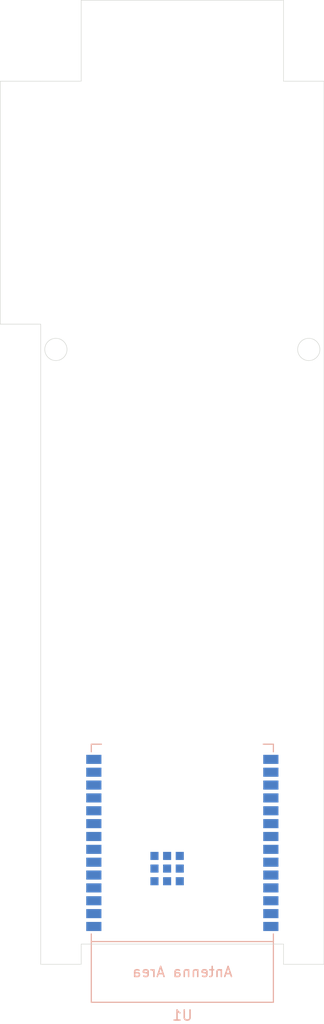
<source format=kicad_pcb>
(kicad_pcb (version 20241229) (generator "pcbnew") (generator_version "9.0")
  (title_block (title "Keys Dock Controller") (date "2025-11-03") (rev "0.2.1") (company "keys.woooo.tech"))
  (layers (0 "F.Cu" signal) (2 "B.Cu" signal) (13 "F.Paste" user) (15 "B.Paste" user) (5 "F.SilkS" user "F.Silkscreen") (7 "B.SilkS" user "B.Silkscreen") (1 "F.Mask" user) (3 "B.Mask" user) (25 "Edge.Cuts" user))
  (net 0 "")
  (net 1 "P,E")
  (net 2 "/KEYS_CH_A")
  (net 3 "/KEYS_CH_D")
  (net 4 "/KEYS_CH_B")
  (net 5 "/EINK_SPI_CLK")
  (net 6 "/BAT_STATUS")
  (net 7 "/SWITCH")
  (net 8 "/U0TX")
  (net 9 "/KEYS_DT_5")
  (net 10 "/USB_D-")
  (net 11 "/TOMO0")
  (net 12 "/KEYS_DT_4")
  (net 13 "/U0RX")
  (net 14 "/SAKI_MOVE")
  (net 15 "/KEYS_DT_1")
  (net 16 "/KEYS_DT_2")
  (net 18 "/USB_D+")
  (net 19 "P,+3.3")
  (net 20 "/BOOT_0{slash}KEYS_CH_CE")
  (net 21 "/EINK_SPI_MOSI")
  (net 22 "/EINK_DC")
  (net 23 "/KEYS_CH_C")
  (net 24 "/BOOT_1{slash}RANA_SLEEP")
  (net 25 "/WHEEL")
  (net 26 "/KEYS_DT_3")
  (net 27 "/EN")
  (footprint "PCM_Espressif:ESP32-C6-WROOM-1" (layer "B.Cu") (at 91 133.749655)
    (property "Reference" "U1" (at 0 17.05 0) (layer "B.SilkS") (effects (justify mirror)))
    (property "Value" "ESP32-C6-WROOM-1")
    (fp_line (start -9 -9.75) (end -8 -9.75) (stroke (width 0.12)) (layer "B.SilkS"))
    (fp_line (start -9 -9) (end -9 -9.75) (stroke (width 0.12)) (layer "B.SilkS"))
    (fp_line (start -9 15.75) (end -9 9) (stroke (width 0.12)) (layer "B.SilkS"))
    (fp_line (start -9 15.75) (end 9 15.75) (stroke (width 0.12)) (layer "B.SilkS"))
    (fp_line (start 9 -9.75) (end 8 -9.75) (stroke (width 0.12)) (layer "B.SilkS"))
    (fp_line (start 9 -9) (end 9 -9.75) (stroke (width 0.12)) (layer "B.SilkS"))
    (fp_line (start 9 9.75) (end -9 9.75) (stroke (width 0.12)) (layer "B.SilkS"))
    (fp_line (start 9 15.75) (end 9 9) (stroke (width 0.12)) (layer "B.SilkS"))
    (fp_text user "Antenna Area" (at 0 12.75 0) (layer "B.SilkS") (effects (justify mirror)))
    (pad "1" smd rect (at -8.75 8.26) (size 1.5 0.9) (layers "B.Cu" "B.Mask" "B.Paste") (net 1 "P,E"))
    (pad "2" smd rect (at -8.75 6.99) (size 1.5 0.9) (layers "B.Cu" "B.Mask" "B.Paste") (net 19 "P,+3.3"))
    (pad "3" smd rect (at -8.75 5.72) (size 1.5 0.9) (layers "B.Cu" "B.Mask" "B.Paste") (net 27 "/EN"))
    (pad "4" smd rect (at -8.75 4.45) (size 1.5 0.9) (layers "B.Cu" "B.Mask" "B.Paste") (net 9 "/KEYS_DT_5"))
    (pad "5" smd rect (at -8.75 3.18) (size 1.5 0.9) (layers "B.Cu" "B.Mask" "B.Paste") (net 7 "/SWITCH"))
    (pad "6" smd rect (at -8.75 1.91) (size 1.5 0.9) (layers "B.Cu" "B.Mask" "B.Paste") (net 6 "/BAT_STATUS"))
    (pad "7" smd rect (at -8.75 0.64) (size 1.5 0.9) (layers "B.Cu" "B.Mask" "B.Paste") (net 14 "/SAKI_MOVE"))
    (pad "8" smd rect (at -8.75 -0.63) (size 1.5 0.9) (layers "B.Cu" "B.Mask" "B.Paste") (net 15 "/KEYS_DT_1"))
    (pad "9" smd rect (at -8.75 -1.9) (size 1.5 0.9) (layers "B.Cu" "B.Mask" "B.Paste") (net 16 "/KEYS_DT_2"))
    (pad "10" smd rect (at -8.75 -3.17) (size 1.5 0.9) (layers "B.Cu" "B.Mask" "B.Paste") (net 24 "/BOOT_1{slash}RANA_SLEEP"))
    (pad "11" smd rect (at -8.75 -4.44) (size 1.5 0.9) (layers "B.Cu" "B.Mask" "B.Paste") (net 2 "/KEYS_CH_A"))
    (pad "12" smd rect (at -8.75 -5.71) (size 1.5 0.9) (layers "B.Cu" "B.Mask" "B.Paste") (net 4 "/KEYS_CH_B"))
    (pad "13" smd rect (at -8.75 -6.98) (size 1.5 0.9) (layers "B.Cu" "B.Mask" "B.Paste") (net 10 "/USB_D-"))
    (pad "14" smd rect (at -8.75 -8.25) (size 1.5 0.9) (layers "B.Cu" "B.Mask" "B.Paste") (net 18 "/USB_D+"))
    (pad "15" smd rect (at 8.75 -8.25 180) (size 1.5 0.9) (layers "B.Cu" "B.Mask" "B.Paste") (net 20 "/BOOT_0{slash}KEYS_CH_CE"))
    (pad "16" smd rect (at 8.75 -6.98 180) (size 1.5 0.9) (layers "B.Cu" "B.Mask" "B.Paste") (net 3 "/KEYS_CH_D"))
    (pad "17" smd rect (at 8.75 -5.71 180) (size 1.5 0.9) (layers "B.Cu" "B.Mask" "B.Paste") (net 5 "/EINK_SPI_CLK"))
    (pad "18" smd rect (at 8.75 -4.44 180) (size 1.5 0.9) (layers "B.Cu" "B.Mask" "B.Paste") (net 21 "/EINK_SPI_MOSI"))
    (pad "19" smd rect (at 8.75 -3.17 180) (size 1.5 0.9) (layers "B.Cu" "B.Mask" "B.Paste") (net 22 "/EINK_DC"))
    (pad "20" smd rect (at 8.75 -1.9 180) (size 1.5 0.9) (layers "B.Cu" "B.Mask" "B.Paste") (net 11 "/TOMO0"))
    (pad "21" smd rect (at 8.75 -0.63 180) (size 1.5 0.9) (layers "B.Cu" "B.Mask" "B.Paste") (net 25 "/WHEEL"))
    (pad "22" smd rect (at 8.75 0.64 180) (size 1.5 0.9) (layers "B.Cu" "B.Mask" "B.Paste"))
    (pad "23" smd rect (at 8.75 1.91 180) (size 1.5 0.9) (layers "B.Cu" "B.Mask" "B.Paste") (net 23 "/KEYS_CH_C"))
    (pad "24" smd rect (at 8.75 3.18 180) (size 1.5 0.9) (layers "B.Cu" "B.Mask" "B.Paste") (net 13 "/U0RX"))
    (pad "25" smd rect (at 8.75 4.45 180) (size 1.5 0.9) (layers "B.Cu" "B.Mask" "B.Paste") (net 8 "/U0TX"))
    (pad "26" smd rect (at 8.75 5.72 180) (size 1.5 0.9) (layers "B.Cu" "B.Mask" "B.Paste") (net 12 "/KEYS_DT_4"))
    (pad "27" smd rect (at 8.75 6.99 180) (size 1.5 0.9) (layers "B.Cu" "B.Mask" "B.Paste") (net 26 "/KEYS_DT_3"))
    (pad "28" smd rect (at 8.75 8.26 180) (size 1.5 0.9) (layers "B.Cu" "B.Mask" "B.Paste") (net 1 "P,E"))
    (pad "29" smd rect (at -2.755 1.29 180) (size 0.8 0.8) (layers "B.Cu" "B.Mask" "B.Paste") (net 1 "P,E"))
    (pad "29" smd rect (at -2.755 2.54 180) (size 0.8 0.8) (layers "B.Cu" "B.Mask" "B.Paste") (net 1 "P,E"))
    (pad "29" smd rect (at -2.755 3.79 180) (size 0.8 0.8) (layers "B.Cu" "B.Mask" "B.Paste") (net 1 "P,E"))
    (pad "29" smd rect (at -1.505 1.29 180) (size 0.8 0.8) (layers "B.Cu" "B.Mask" "B.Paste") (net 1 "P,E"))
    (pad "29" smd rect (at -1.505 2.54 180) (size 0.8 0.8) (layers "B.Cu" "B.Mask" "B.Paste") (net 1 "P,E"))
    (pad "29" smd rect (at -1.505 3.79 180) (size 0.8 0.8) (layers "B.Cu" "B.Mask" "B.Paste") (net 1 "P,E"))
    (pad "29" smd rect (at -0.255 1.29 180) (size 0.8 0.8) (layers "B.Cu" "B.Mask" "B.Paste") (net 1 "P,E"))
    (pad "29" smd rect (at -0.255 2.54 180) (size 0.8 0.8) (layers "B.Cu" "B.Mask" "B.Paste") (net 1 "P,E"))
    (pad "29" smd rect (at -0.255 3.79 180) (size 0.8 0.8) (layers "B.Cu" "B.Mask" "B.Paste") (net 1 "P,E"))
  )
  (gr_line (start 73 82.499655) (end 77 82.499655) (stroke (width 0.05)) (layer "Edge.Cuts"))
  (gr_line (start 81 50.499655) (end 101 50.499655) (stroke (width 0.05)) (layer "Edge.Cuts"))
  (gr_circle (center 103.5 84.999655) (end 104.6 84.999655) (stroke (width 0.05)) (fill no) (layer "Edge.Cuts"))
  (gr_line (start 73 58.499655) (end 73 82.499655) (stroke (width 0.05)) (layer "Edge.Cuts"))
  (gr_line (start 101 58.499655) (end 105 58.499655) (stroke (width 0.05)) (layer "Edge.Cuts"))
  (gr_line (start 81 145.749655) (end 81 143.749655) (stroke (width 0.05)) (layer "Edge.Cuts"))
  (gr_line (start 101 145.749655) (end 105 145.749655) (stroke (width 0.05)) (layer "Edge.Cuts"))
  (gr_line (start 81 143.749655) (end 101 143.749655) (stroke (width 0.05)) (layer "Edge.Cuts"))
  (gr_line (start 77 58.499655) (end 81 58.499655) (stroke (width 0.05)) (layer "Edge.Cuts"))
  (gr_line (start 105 145.749655) (end 105 58.499655) (stroke (width 0.05)) (layer "Edge.Cuts"))
  (gr_line (start 101 143.749655) (end 101 145.749655) (stroke (width 0.05)) (layer "Edge.Cuts"))
  (gr_line (start 77 82.499655) (end 77 145.749655) (stroke (width 0.05)) (layer "Edge.Cuts"))
  (gr_circle (center 78.5 84.999655) (end 79.6 84.999655) (stroke (width 0.05)) (fill no) (layer "Edge.Cuts"))
  (gr_line (start 81 58.499655) (end 81 50.499655) (stroke (width 0.05)) (layer "Edge.Cuts"))
  (gr_line (start 77 58.499655) (end 73 58.499655) (stroke (width 0.05)) (layer "Edge.Cuts"))
  (gr_line (start 77 145.749655) (end 81 145.749655) (stroke (width 0.05)) (layer "Edge.Cuts"))
  (gr_line (start 101 50.499655) (end 101 58.499655) (stroke (width 0.05)) (layer "Edge.Cuts"))
)
</source>
